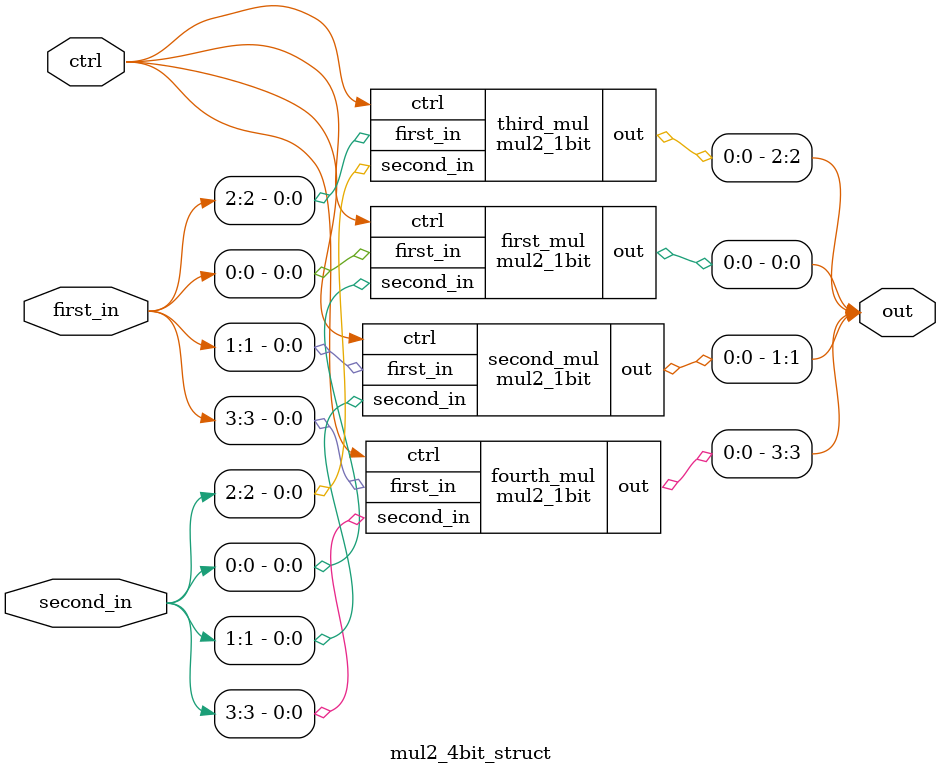
<source format=v>
module mul2_1bit(first_in, second_in, ctrl, out);
  input first_in;
  input second_in;
  input ctrl;
  output out;
  
  assign out = ctrl ? second_in : first_in;
endmodule


// the module descibes multiplexor with 2 4bit inputs
module mul2_4bit(first_in, second_in, ctrl, out);
  input [3:0] first_in;
  input [3:0] second_in;
  input ctrl;
  output [3:0] out;
  
  assign out[0] = ctrl ? second_in[0] : first_in[0];
  assign out[1] = ctrl ? second_in[1] : first_in[1];
  assign out[2] = ctrl ? second_in[2] : first_in[2];
  assign out[3] = ctrl ? second_in[3] : first_in[3];
  
endmodule
  
// the same function as in previous module but implement using mul2_1bit
module mul2_4bit_struct(first_in, second_in, ctrl, out);
  input [3:0] first_in;
  input [3:0] second_in;
  input ctrl;
  output [3:0] out;
  
  mul2_1bit first_mul(first_in[0], second_in[0], ctrl, out[0]);
  mul2_1bit second_mul(first_in[1], second_in[1], ctrl, out[1]);
  mul2_1bit third_mul(first_in[2], second_in[2], ctrl, out[2]);
  mul2_1bit fourth_mul(first_in[3], second_in[3], ctrl, out[3]);
  
endmodule
</source>
